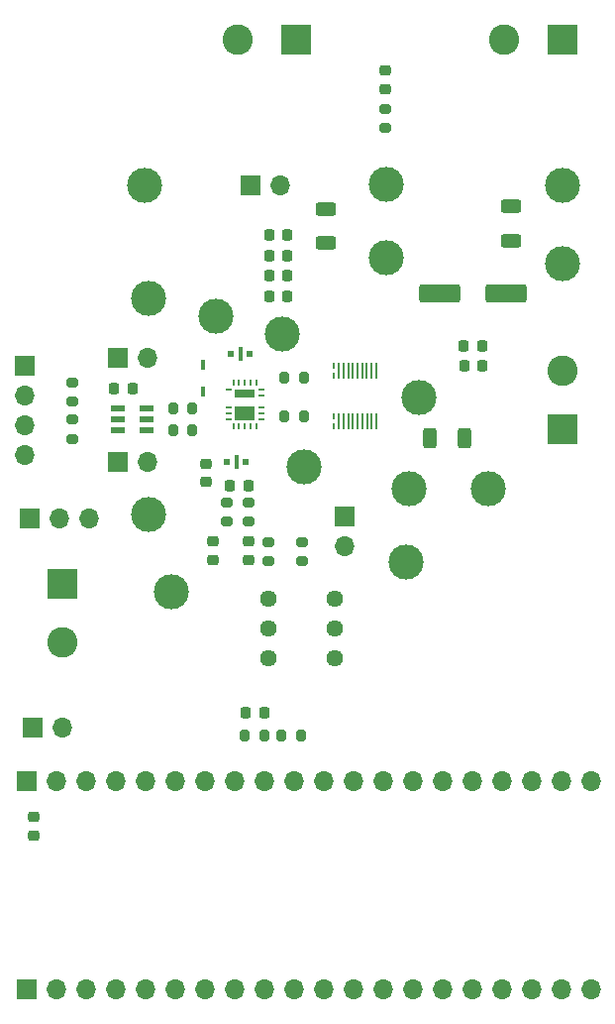
<source format=gbr>
%TF.GenerationSoftware,KiCad,Pcbnew,8.0.9-8.0.9-0~ubuntu22.04.1*%
%TF.CreationDate,2025-04-21T19:03:49+05:30*%
%TF.ProjectId,Variable Buck Converter,56617269-6162-46c6-9520-4275636b2043,rev?*%
%TF.SameCoordinates,Original*%
%TF.FileFunction,Soldermask,Top*%
%TF.FilePolarity,Negative*%
%FSLAX46Y46*%
G04 Gerber Fmt 4.6, Leading zero omitted, Abs format (unit mm)*
G04 Created by KiCad (PCBNEW 8.0.9-8.0.9-0~ubuntu22.04.1) date 2025-04-21 19:03:49*
%MOMM*%
%LPD*%
G01*
G04 APERTURE LIST*
G04 Aperture macros list*
%AMRoundRect*
0 Rectangle with rounded corners*
0 $1 Rounding radius*
0 $2 $3 $4 $5 $6 $7 $8 $9 X,Y pos of 4 corners*
0 Add a 4 corners polygon primitive as box body*
4,1,4,$2,$3,$4,$5,$6,$7,$8,$9,$2,$3,0*
0 Add four circle primitives for the rounded corners*
1,1,$1+$1,$2,$3*
1,1,$1+$1,$4,$5*
1,1,$1+$1,$6,$7*
1,1,$1+$1,$8,$9*
0 Add four rect primitives between the rounded corners*
20,1,$1+$1,$2,$3,$4,$5,0*
20,1,$1+$1,$4,$5,$6,$7,0*
20,1,$1+$1,$6,$7,$8,$9,0*
20,1,$1+$1,$8,$9,$2,$3,0*%
G04 Aperture macros list end*
%ADD10C,3.000000*%
%ADD11RoundRect,0.200000X-0.200000X-0.275000X0.200000X-0.275000X0.200000X0.275000X-0.200000X0.275000X0*%
%ADD12RoundRect,0.200000X-0.275000X0.200000X-0.275000X-0.200000X0.275000X-0.200000X0.275000X0.200000X0*%
%ADD13R,1.700000X1.700000*%
%ADD14O,1.700000X1.700000*%
%ADD15RoundRect,0.218750X0.256250X-0.218750X0.256250X0.218750X-0.256250X0.218750X-0.256250X-0.218750X0*%
%ADD16RoundRect,0.225000X0.225000X0.250000X-0.225000X0.250000X-0.225000X-0.250000X0.225000X-0.250000X0*%
%ADD17R,0.600000X0.600000*%
%ADD18R,0.400000X1.200000*%
%ADD19O,0.180000X0.560000*%
%ADD20O,0.180000X1.362000*%
%ADD21RoundRect,0.200000X0.200000X0.275000X-0.200000X0.275000X-0.200000X-0.275000X0.200000X-0.275000X0*%
%ADD22RoundRect,0.225000X-0.250000X0.225000X-0.250000X-0.225000X0.250000X-0.225000X0.250000X0.225000X0*%
%ADD23RoundRect,0.250000X1.500000X0.550000X-1.500000X0.550000X-1.500000X-0.550000X1.500000X-0.550000X0*%
%ADD24C,1.440000*%
%ADD25RoundRect,0.200000X0.275000X-0.200000X0.275000X0.200000X-0.275000X0.200000X-0.275000X-0.200000X0*%
%ADD26RoundRect,0.225000X0.250000X-0.225000X0.250000X0.225000X-0.250000X0.225000X-0.250000X-0.225000X0*%
%ADD27R,0.250000X0.600000*%
%ADD28R,0.600000X0.250000*%
%ADD29R,1.700000X1.200000*%
%ADD30R,1.700000X0.750000*%
%ADD31R,2.600000X2.600000*%
%ADD32C,2.600000*%
%ADD33R,1.200000X0.600000*%
%ADD34RoundRect,0.250000X0.625000X-0.312500X0.625000X0.312500X-0.625000X0.312500X-0.625000X-0.312500X0*%
%ADD35RoundRect,0.250000X-0.312500X-0.625000X0.312500X-0.625000X0.312500X0.625000X-0.312500X0.625000X0*%
%ADD36RoundRect,0.218750X-0.256250X0.218750X-0.256250X-0.218750X0.256250X-0.218750X0.256250X0.218750X0*%
%ADD37R,0.460000X0.840000*%
G04 APERTURE END LIST*
D10*
%TO.C,TP3*%
X119320000Y-94420000D03*
%TD*%
D11*
%TO.C,R5*%
X98265000Y-95360000D03*
X99915000Y-95360000D03*
%TD*%
D10*
%TO.C,TP5*%
X101940000Y-87500000D03*
%TD*%
D12*
%TO.C,R10*%
X106400000Y-106760000D03*
X106400000Y-108410000D03*
%TD*%
D13*
%TO.C,JP2*%
X93545000Y-91030000D03*
D14*
X96085000Y-91030000D03*
%TD*%
D10*
%TO.C,TP14*%
X118400000Y-102230000D03*
%TD*%
%TO.C,TP10*%
X116480000Y-76240000D03*
%TD*%
D13*
%TO.C,JP6*%
X104865000Y-76310000D03*
D14*
X107405000Y-76310000D03*
%TD*%
D12*
%TO.C,R7*%
X104680000Y-103407500D03*
X104680000Y-105057500D03*
%TD*%
D15*
%TO.C,D2*%
X104680000Y-108290000D03*
X104680000Y-106715000D03*
%TD*%
D10*
%TO.C,TP15*%
X125200000Y-102230000D03*
%TD*%
D16*
%TO.C,C12*%
X108015000Y-80576668D03*
X106465000Y-80576668D03*
%TD*%
D17*
%TO.C,C4*%
X103210000Y-90730000D03*
D18*
X104010000Y-90730000D03*
D17*
X104810000Y-90730000D03*
%TD*%
D10*
%TO.C,TP11*%
X116480000Y-82470000D03*
%TD*%
%TO.C,TP7*%
X118190000Y-108500000D03*
%TD*%
D16*
%TO.C,C13*%
X108015000Y-82303334D03*
X106465000Y-82303334D03*
%TD*%
%TO.C,C2*%
X106045000Y-121400000D03*
X104495000Y-121400000D03*
%TD*%
D19*
%TO.C,Q2*%
X112040000Y-96079000D03*
X112040000Y-96881000D03*
D20*
X112440000Y-96480000D03*
X112840000Y-96480000D03*
X113240000Y-96480000D03*
X113640000Y-96480000D03*
X114040000Y-96480000D03*
X114440000Y-96480000D03*
X114840000Y-96480000D03*
X115240000Y-96480000D03*
X115640000Y-96480000D03*
%TD*%
D21*
%TO.C,R12*%
X109440000Y-96080000D03*
X107790000Y-96080000D03*
%TD*%
D10*
%TO.C,TP13*%
X131550000Y-76330000D03*
%TD*%
D16*
%TO.C,C9*%
X108015000Y-85756668D03*
X106465000Y-85756668D03*
%TD*%
D13*
%TO.C,JP1*%
X86295000Y-122640000D03*
D14*
X88835000Y-122640000D03*
%TD*%
D10*
%TO.C,TP4*%
X95850000Y-76340000D03*
%TD*%
D13*
%TO.C,JP5*%
X112970000Y-104560000D03*
D14*
X112970000Y-107100000D03*
%TD*%
D22*
%TO.C,C5*%
X101100000Y-100075000D03*
X101100000Y-101625000D03*
%TD*%
D23*
%TO.C,C14*%
X126700000Y-85510000D03*
X121100000Y-85510000D03*
%TD*%
D24*
%TO.C,POT2*%
X106390000Y-111640000D03*
X106390000Y-114180000D03*
X106390000Y-116720000D03*
%TD*%
D25*
%TO.C,R15*%
X116370000Y-71435000D03*
X116370000Y-69785000D03*
%TD*%
D13*
%TO.C,JP3*%
X93545000Y-99970000D03*
D14*
X96085000Y-99970000D03*
%TD*%
D10*
%TO.C,TP6*%
X98080000Y-111030000D03*
%TD*%
D24*
%TO.C,POT1*%
X112080000Y-111610000D03*
X112080000Y-114150000D03*
X112080000Y-116690000D03*
%TD*%
D16*
%TO.C,C6*%
X104695000Y-101970000D03*
X103145000Y-101970000D03*
%TD*%
D13*
%TO.C,J6*%
X85730000Y-145010000D03*
D14*
X88270000Y-145010000D03*
X90810000Y-145010000D03*
X93350000Y-145010000D03*
X95890000Y-145010000D03*
X98430000Y-145010000D03*
X100970000Y-145010000D03*
X103510000Y-145010000D03*
X106050000Y-145010000D03*
X108590000Y-145010000D03*
X111130000Y-145010000D03*
X113670000Y-145010000D03*
X116210000Y-145010000D03*
X118750000Y-145010000D03*
X121290000Y-145010000D03*
X123830000Y-145010000D03*
X126370000Y-145010000D03*
X128910000Y-145010000D03*
X131450000Y-145010000D03*
X133990000Y-145010000D03*
%TD*%
D26*
%TO.C,C1*%
X86360000Y-131815000D03*
X86360000Y-130265000D03*
%TD*%
D27*
%TO.C,IC2*%
X103410000Y-96930000D03*
X103910000Y-96930000D03*
X104410000Y-96930000D03*
X104910000Y-96930000D03*
X105410000Y-96930000D03*
D28*
X105810000Y-96280000D03*
X105810000Y-95780000D03*
X105810000Y-95280000D03*
X105810000Y-94280000D03*
X105810000Y-93780000D03*
D27*
X105410000Y-93130000D03*
X104910000Y-93130000D03*
X104410000Y-93130000D03*
X103910000Y-93130000D03*
X103410000Y-93130000D03*
D28*
X103010000Y-93780000D03*
X103010000Y-95280000D03*
X103010000Y-95780000D03*
X103010000Y-96280000D03*
D29*
X104410000Y-95780000D03*
D30*
X104410000Y-94055000D03*
%TD*%
D31*
%TO.C,J4*%
X131525000Y-97140000D03*
D32*
X131525000Y-92140000D03*
%TD*%
D31*
%TO.C,J3*%
X108750000Y-63830000D03*
D32*
X103750000Y-63830000D03*
%TD*%
D19*
%TO.C,Q1*%
X112030000Y-91750000D03*
X112030000Y-92552000D03*
D20*
X112430000Y-92151000D03*
X112830000Y-92151000D03*
X113230000Y-92151000D03*
X113630000Y-92151000D03*
X114030000Y-92151000D03*
X114430000Y-92151000D03*
X114830000Y-92151000D03*
X115230000Y-92151000D03*
X115630000Y-92151000D03*
%TD*%
D31*
%TO.C,J5*%
X131595000Y-63830000D03*
D32*
X126595000Y-63830000D03*
%TD*%
D10*
%TO.C,TP8*%
X107580000Y-88980000D03*
%TD*%
D33*
%TO.C,IC1*%
X93530000Y-95360000D03*
X93530000Y-96310000D03*
X93530000Y-97260000D03*
X96030000Y-97260000D03*
X96030000Y-96310000D03*
X96030000Y-95360000D03*
%TD*%
D12*
%TO.C,R8*%
X102870000Y-103410000D03*
X102870000Y-105060000D03*
%TD*%
D16*
%TO.C,C11*%
X124685000Y-91700000D03*
X123135000Y-91700000D03*
%TD*%
D21*
%TO.C,R2*%
X106070000Y-123310000D03*
X104420000Y-123310000D03*
%TD*%
D34*
%TO.C,R14*%
X127170000Y-81042500D03*
X127170000Y-78117500D03*
%TD*%
D13*
%TO.C,J7*%
X85730000Y-127230000D03*
D14*
X88270000Y-127230000D03*
X90810000Y-127230000D03*
X93350000Y-127230000D03*
X95890000Y-127230000D03*
X98430000Y-127230000D03*
X100970000Y-127230000D03*
X103510000Y-127230000D03*
X106050000Y-127230000D03*
X108590000Y-127230000D03*
X111130000Y-127230000D03*
X113670000Y-127230000D03*
X116210000Y-127230000D03*
X118750000Y-127230000D03*
X121290000Y-127230000D03*
X123830000Y-127230000D03*
X126370000Y-127230000D03*
X128910000Y-127230000D03*
X131450000Y-127230000D03*
X133990000Y-127230000D03*
%TD*%
D16*
%TO.C,C10*%
X108015000Y-84030000D03*
X106465000Y-84030000D03*
%TD*%
D25*
%TO.C,R4*%
X89630000Y-97985000D03*
X89630000Y-96335000D03*
%TD*%
D12*
%TO.C,R9*%
X109290000Y-106755000D03*
X109290000Y-108405000D03*
%TD*%
D16*
%TO.C,C3*%
X94795000Y-93680000D03*
X93245000Y-93680000D03*
%TD*%
D10*
%TO.C,TP2*%
X96160000Y-104390000D03*
%TD*%
%TO.C,TP9*%
X109440000Y-100350000D03*
%TD*%
D17*
%TO.C,C7*%
X104470000Y-99940000D03*
D18*
X103670000Y-99940000D03*
D17*
X102870000Y-99940000D03*
%TD*%
D34*
%TO.C,R13*%
X111360000Y-81255000D03*
X111360000Y-78330000D03*
%TD*%
D21*
%TO.C,R1*%
X109190000Y-123300000D03*
X107540000Y-123300000D03*
%TD*%
D12*
%TO.C,R3*%
X89630000Y-93165000D03*
X89630000Y-94815000D03*
%TD*%
D21*
%TO.C,R11*%
X109430000Y-92780000D03*
X107780000Y-92780000D03*
%TD*%
D31*
%TO.C,J2*%
X88790000Y-110350000D03*
D32*
X88790000Y-115350000D03*
%TD*%
D13*
%TO.C,JP4*%
X85975000Y-104790000D03*
D14*
X88515000Y-104790000D03*
X91055000Y-104790000D03*
%TD*%
D13*
%TO.C,J1*%
X85570000Y-91760000D03*
D14*
X85570000Y-94300000D03*
X85570000Y-96840000D03*
X85570000Y-99380000D03*
%TD*%
D35*
%TO.C,R16*%
X120237500Y-97940000D03*
X123162500Y-97940000D03*
%TD*%
D10*
%TO.C,TP1*%
X96160000Y-86010000D03*
%TD*%
D36*
%TO.C,D4*%
X116360000Y-66492500D03*
X116360000Y-68067500D03*
%TD*%
D10*
%TO.C,TP12*%
X131580000Y-82980000D03*
%TD*%
D37*
%TO.C,D1*%
X100800000Y-91610000D03*
X100800000Y-93910000D03*
%TD*%
D21*
%TO.C,R6*%
X99915000Y-97270000D03*
X98265000Y-97270000D03*
%TD*%
D16*
%TO.C,C8*%
X124675000Y-89990000D03*
X123125000Y-89990000D03*
%TD*%
D15*
%TO.C,D3*%
X101650000Y-108287500D03*
X101650000Y-106712500D03*
%TD*%
M02*

</source>
